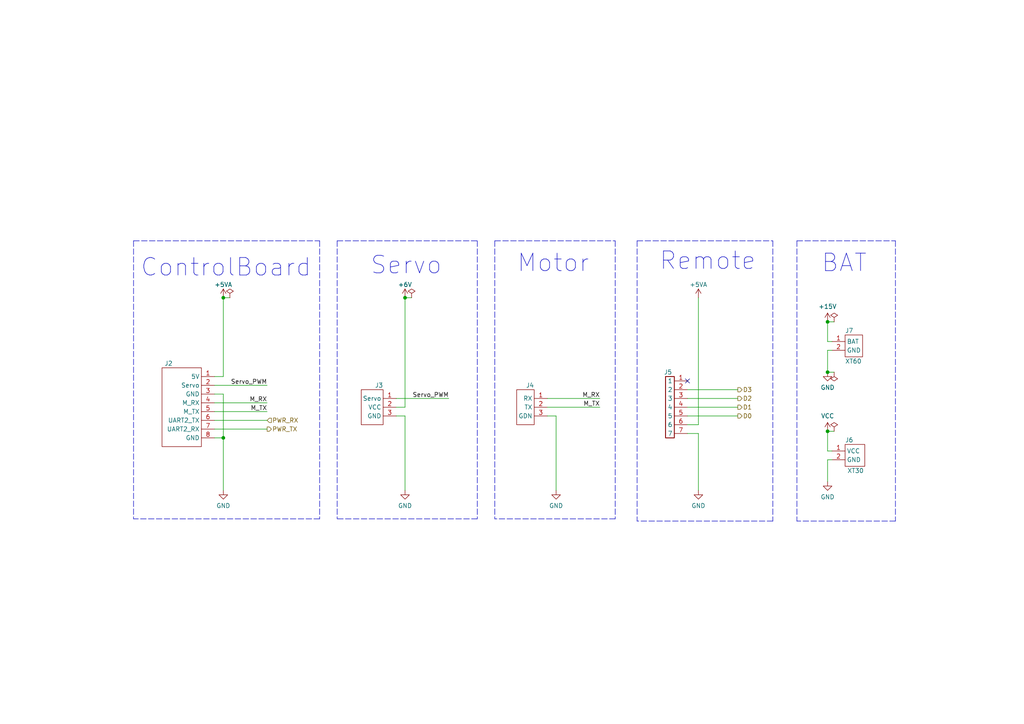
<source format=kicad_sch>
(kicad_sch (version 20211123) (generator eeschema)
  (paper "A4")
  (title_block (title "Power Board") (date "2022-07-19") (rev "1.2.2"))
  (lib_symbols
    (symbol "power:+15V" (power) (pin_names (offset 0))
      (property "Value" "+15V" (at 0 3.556 0))
      (symbol "+15V_0_1"
        (polyline (pts (xy -0.762 1.27) (xy 0 2.54)))
        (polyline (pts (xy 0 0) (xy 0 2.54)))
        (polyline (pts (xy 0 2.54) (xy 0.762 1.27)))
      )
      (symbol "+15V_1_1"
        (pin power_in line (at 0 0 90) (length 0) hide (name "+15V") (number "1"))
      )
    )
    (symbol "power:+5VA" (power) (pin_names (offset 0))
      (property "Value" "+5VA" (at 0 3.556 0))
      (symbol "+5VA_0_1"
        (polyline (pts (xy -0.762 1.27) (xy 0 2.54)))
        (polyline (pts (xy 0 0) (xy 0 2.54)))
        (polyline (pts (xy 0 2.54) (xy 0.762 1.27)))
      )
      (symbol "+5VA_1_1"
        (pin power_in line (at 0 0 90) (length 0) hide (name "+5VA") (number "1"))
      )
    )
    (symbol "power:+6V" (power) (pin_names (offset 0))
      (property "Value" "+6V" (at 0 3.556 0))
      (symbol "+6V_0_1"
        (polyline (pts (xy -0.762 1.27) (xy 0 2.54)))
        (polyline (pts (xy 0 0) (xy 0 2.54)))
        (polyline (pts (xy 0 2.54) (xy 0.762 1.27)))
      )
      (symbol "+6V_1_1"
        (pin power_in line (at 0 0 90) (length 0) hide (name "+6V") (number "1"))
      )
    )
    (symbol "power:GND" (power) (pin_names (offset 0))
      (property "Value" "GND" (at 0 -3.81 0))
      (symbol "GND_0_1"
        (polyline (pts (xy 0 0) (xy 0 -1.27) (xy 1.27 -1.27) (xy 0 -2.54) (xy -1.27 -1.27) (xy 0 -1.27)))
      )
      (symbol "GND_1_1"
        (pin power_in line (at 0 0 270) (length 0) hide (name "GND") (number "1"))
      )
    )
    (symbol "power:PWR_FLAG" (power) (pin_numbers hide) (pin_names (offset 0) hide)
      (property "Value" "PWR_FLAG" (at 0 3.81 0))
      (symbol "PWR_FLAG_0_0"
        (pin power_out line (at 0 0 90) (length 0) (name "pwr") (number "1"))
      )
      (symbol "PWR_FLAG_0_1"
        (polyline (pts (xy 0 0) (xy 0 1.27) (xy -1.016 1.905) (xy 0 2.54) (xy 1.016 1.905) (xy 0 1.27)))
      )
    )
    (symbol "power:VCC" (power) (pin_names (offset 0))
      (property "Value" "VCC" (at 0 3.81 0))
      (symbol "VCC_0_1"
        (polyline (pts (xy -0.762 1.27) (xy 0 2.54)))
        (polyline (pts (xy 0 0) (xy 0 2.54)))
        (polyline (pts (xy 0 2.54) (xy 0.762 1.27)))
      )
      (symbol "VCC_1_1"
        (pin power_in line (at 0 0 90) (length 0) hide (name "VCC") (number "1"))
      )
    )
    (symbol "power_Library:CONN_1X7"
      (property "Reference" "J" (at 0 0 0))
      (property "Value" "CONN_1X7" (at 0 0 0))
      (symbol "CONN_1X7_1_1"
        (rectangle (start 0 21.59) (end 2.54 3.81) (stroke (width 0.254)))
        (pin passive line (at -3.81 20.32 0) (length 3.81) (name "1") (number "1"))
        (pin passive line (at -3.81 17.78 0) (length 3.81) (name "2") (number "2"))
        (pin passive line (at -3.81 15.24 0) (length 3.81) (name "3") (number "3"))
        (pin passive line (at -3.81 12.7 0) (length 3.81) (name "4") (number "4"))
        (pin passive line (at -3.81 10.16 0) (length 3.81) (name "5") (number "5"))
        (pin passive line (at -3.81 7.62 0) (length 3.81) (name "6") (number "6"))
        (pin passive line (at -3.81 5.08 0) (length 3.81) (name "7") (number "7"))
      )
    )
    (symbol "power_Library:GH1.25_1X3"
      (property "Reference" "J" (at 1.27 7.62 0))
      (property "Value" "GH1.25_1X3" (at -1.27 -6.35 0))
      (symbol "GH1.25_1X3_0_1"
        (rectangle (start -2.54 5.08) (end 2.54 -5.08))
      )
      (symbol "GH1.25_1X3_1_1"
        (pin passive line (at -6.35 2.54 0) (length 3.81) (name "RX") (number "1"))
        (pin passive line (at -6.35 0 0) (length 3.81) (name "TX") (number "2"))
        (pin passive line (at -6.35 -2.54 0) (length 3.81) (name "GDN") (number "3"))
      )
    )
    (symbol "power_Library:GH1.25_1x8"
      (property "Reference" "J" (at 2.54 15.24 0))
      (property "Value" "GH1.25_1x8" (at 3.81 -11.43 0))
      (symbol "GH1.25_1x8_1_1"
        (rectangle (start -1.27 12.7) (end 10.16 -10.16))
        (pin passive line (at -5.08 10.16 0) (length 3.81) (name "5V") (number "1"))
        (pin passive line (at -5.08 7.62 0) (length 3.81) (name "Servo") (number "2"))
        (pin passive line (at -5.08 5.08 0) (length 3.81) (name "GND") (number "3"))
        (pin passive line (at -5.08 2.54 0) (length 3.81) (name "M_RX") (number "4"))
        (pin passive line (at -5.08 0 0) (length 3.81) (name "M_TX") (number "5"))
        (pin passive line (at -5.08 -2.54 0) (length 3.81) (name "UART2_TX") (number "6"))
        (pin passive line (at -5.08 -5.08 0) (length 3.81) (name "UART2_RX") (number "7"))
        (pin passive line (at -5.08 -7.62 0) (length 3.81) (name "GND") (number "8"))
      )
    )
    (symbol "power_Library:XT30"
      (property "Reference" "J" (at 0 5.715 0))
      (property "Value" "XT30" (at 0 -5.08 0))
      (symbol "XT30_0_1"
        (rectangle (start -1.27 3.81) (end 4.445 -2.54))
      )
      (symbol "XT30_1_1"
        (pin passive line (at -5.08 1.905 0) (length 3.81) (name "VCC") (number "1"))
        (pin passive line (at -5.08 -0.635 0) (length 3.81) (name "GND") (number "2"))
      )
    )
    (symbol "power_Library:XT60"
      (property "Reference" "J" (at 0 7.62 0))
      (property "Value" "XT60" (at 0 -5.08 0))
      (symbol "XT60_0_1"
        (rectangle (start -3.81 5.08) (end 1.27 -1.27))
      )
      (symbol "XT60_1_1"
        (pin passive line (at -7.62 3.175 0) (length 3.81) (name "BAT") (number "1"))
        (pin passive line (at -7.62 0.635 0) (length 3.81) (name "GND") (number "2"))
      )
    )
    (symbol "power_Library:conn_1x3"
      (property "Reference" "J" (at -1.27 8.89 0))
      (property "Value" "conn_1x3" (at 0 -3.81 0))
      (symbol "conn_1x3_0_1"
        (rectangle (start -3.81 7.62) (end 2.54 -2.54))
      )
      (symbol "conn_1x3_1_1"
        (pin passive line (at -7.62 5.08 0) (length 3.81) (name "Servo") (number "1"))
        (pin passive line (at -7.62 2.54 0) (length 3.81) (name "VCC") (number "2"))
        (pin passive line (at -7.62 0 0) (length 3.81) (name "GND") (number "3"))
      )
    )
  )
  (junction (at 240.03 107.95))
  (junction (at 240.03 93.345))
  (junction (at 64.77 127))
  (junction (at 64.77 86.36))
  (junction (at 240.03 125.095))
  (junction (at 117.475 86.36))
  (no_connect (at 199.39 110.49))
  (wire (pts (xy 62.23 119.38) (xy 77.47 119.38)))
  (polyline (pts (xy 178.435 69.85) (xy 178.435 150.495)))
  (wire (pts (xy 241.3 130.81) (xy 240.03 130.81)))
  (wire (pts (xy 199.39 123.19) (xy 202.565 123.19)))
  (polyline (pts (xy 231.14 69.85) (xy 231.14 151.13)))
  (wire (pts (xy 199.39 118.11) (xy 213.995 118.11)))
  (polyline (pts (xy 184.785 69.85) (xy 224.155 69.85)))
  (wire (pts (xy 241.3 101.6) (xy 240.03 101.6)))
  (wire (pts (xy 117.475 86.36) (xy 117.475 118.11)))
  (wire (pts (xy 202.565 86.36) (xy 202.565 123.19)))
  (wire (pts (xy 64.77 114.3) (xy 64.77 127)))
  (wire (pts (xy 117.475 118.11) (xy 114.935 118.11)))
  (polyline (pts (xy 138.43 69.85) (xy 138.43 150.495)))
  (wire (pts (xy 62.23 121.92) (xy 77.47 121.92)))
  (polyline (pts (xy 178.435 150.495) (xy 143.51 150.495)))
  (wire (pts (xy 199.39 115.57) (xy 213.995 115.57)))
  (wire (pts (xy 117.475 86.36) (xy 119.38 86.36)))
  (polyline (pts (xy 97.79 69.85) (xy 97.79 150.495)))
  (wire (pts (xy 240.03 101.6) (xy 240.03 107.95)))
  (wire (pts (xy 240.03 133.35) (xy 240.03 139.7)))
  (polyline (pts (xy 38.735 69.85) (xy 92.71 69.85)))
  (wire (pts (xy 241.3 133.35) (xy 240.03 133.35)))
  (polyline (pts (xy 97.79 69.85) (xy 138.43 69.85)))
  (wire (pts (xy 158.75 115.57) (xy 173.99 115.57)))
  (wire (pts (xy 202.565 125.73) (xy 199.39 125.73)))
  (polyline (pts (xy 224.155 151.13) (xy 184.785 151.13)))
  (wire (pts (xy 64.77 127) (xy 64.77 142.24)))
  (wire (pts (xy 213.995 120.65) (xy 199.39 120.65)))
  (wire (pts (xy 62.23 114.3) (xy 64.77 114.3)))
  (wire (pts (xy 114.935 120.65) (xy 117.475 120.65)))
  (wire (pts (xy 158.75 120.65) (xy 161.29 120.65)))
  (polyline (pts (xy 92.71 150.495) (xy 38.735 150.495)))
  (polyline (pts (xy 143.51 69.85) (xy 143.51 150.495)))
  (wire (pts (xy 241.935 93.345) (xy 240.03 93.345)))
  (polyline (pts (xy 138.43 150.495) (xy 97.79 150.495)))
  (wire (pts (xy 64.77 86.36) (xy 66.675 86.36)))
  (wire (pts (xy 240.03 125.095) (xy 240.03 130.81)))
  (wire (pts (xy 161.29 120.65) (xy 161.29 142.24)))
  (wire (pts (xy 158.75 118.11) (xy 173.99 118.11)))
  (wire (pts (xy 62.23 116.84) (xy 77.47 116.84)))
  (polyline (pts (xy 259.715 151.13) (xy 231.14 151.13)))
  (polyline (pts (xy 38.735 69.85) (xy 38.735 150.495)))
  (wire (pts (xy 202.565 142.24) (xy 202.565 125.73)))
  (wire (pts (xy 199.39 113.03) (xy 213.995 113.03)))
  (wire (pts (xy 240.03 93.345) (xy 240.03 99.06)))
  (polyline (pts (xy 224.155 69.85) (xy 224.155 151.13)))
  (wire (pts (xy 62.23 111.76) (xy 77.47 111.76)))
  (wire (pts (xy 62.23 127) (xy 64.77 127)))
  (wire (pts (xy 64.77 86.36) (xy 64.77 109.22)))
  (polyline (pts (xy 143.51 69.85) (xy 178.435 69.85)))
  (wire (pts (xy 117.475 120.65) (xy 117.475 142.24)))
  (wire (pts (xy 62.23 109.22) (xy 64.77 109.22)))
  (polyline (pts (xy 231.14 69.85) (xy 259.715 69.85)))
  (polyline (pts (xy 92.71 69.85) (xy 92.71 150.495)))
  (polyline (pts (xy 184.785 69.85) (xy 184.785 151.13)))
  (wire (pts (xy 240.03 125.095) (xy 241.935 125.095)))
  (polyline (pts (xy 259.715 69.85) (xy 259.715 151.13)))
  (wire (pts (xy 240.03 107.95) (xy 241.935 107.95)))
  (wire (pts (xy 62.23 124.46) (xy 77.47 124.46)))
  (wire (pts (xy 114.935 115.57) (xy 130.175 115.57)))
  (wire (pts (xy 241.3 99.06) (xy 240.03 99.06)))
  (text "Remote" (at 191.135 78.74 0) (effects (font (size 5.08 5.08)) (justify left bottom)))
  (text "BAT" (at 238.125 79.375 0) (effects (font (size 5.08 5.08)) (justify left bottom)))
  (text "Servo" (at 107.315 80.01 0) (effects (font (size 5.08 5.08)) (justify left bottom)))
  (text "Motor" (at 149.86 79.375 0) (effects (font (size 5.08 5.08)) (justify left bottom)))
  (text "ControlBoard" (at 40.64 80.645 0) (effects (font (size 5.08 5.08)) (justify left bottom)))
  (label "M_RX" (at 173.99 115.57 180))
  (label "M_TX" (at 173.99 118.11 180))
  (label "M_RX" (at 77.47 116.84 180))
  (label "M_TX" (at 77.47 119.38 180))
  (label "Servo_PWM" (at 130.175 115.57 180))
  (label "Servo_PWM" (at 77.47 111.76 180))
  (hierarchical_label "D2" (shape output) (at 213.995 115.57 0))
  (hierarchical_label "PWR_RX" (shape input) (at 77.47 121.92 0))
  (hierarchical_label "D3" (shape output) (at 213.995 113.03 0))
  (hierarchical_label "PWR_TX" (shape output) (at 77.47 124.46 0))
  (hierarchical_label "D1" (shape output) (at 213.995 118.11 0))
  (hierarchical_label "D0" (shape output) (at 213.995 120.65 0))
  (symbol (lib_id "power:PWR_FLAG") (at 241.935 93.345 0) (unit 1)
    (property "Reference" "#FLG01" (effects hide))
    (property "Value" "PWR_FLAG" (effects hide))
  )
  (symbol (lib_id "power_Library:XT60") (at 248.92 102.235 0) (unit 1)
    (property "Reference" "J7" (at 245.11 95.885 0) (effects (justify left)))
    (property "Value" "XT60" (at 245.11 104.775 0) (effects (justify left)))
    (property "Footprint" "Connector_AMASS:AMASS_XT60-M_1x02_P7.20mm_Vertical" (effects hide))
  )
  (symbol (lib_id "power:+6V") (at 117.475 86.36 0) (mirror y) (unit 1)
    (property "Reference" "#PWR031" (effects hide))
    (property "Value" "+6V" (at 117.475 82.55 0))
  )
  (symbol (lib_id "power:PWR_FLAG") (at 241.935 107.95 180) (unit 1)
    (property "Reference" "#FLG03" (effects hide))
    (property "Value" "PWR_FLAG" (effects hide))
  )
  (symbol (lib_id "power:PWR_FLAG") (at 119.38 86.36 0) (unit 1)
    (property "Reference" "#FLG?" (effects hide))
    (property "Value" "PWR_FLAG" (effects hide))
  )
  (symbol (lib_id "power:VCC") (at 240.03 125.095 0) (unit 1)
    (property "Reference" "#PWR038" (effects hide))
    (property "Value" "VCC" (at 240.03 120.65 0))
  )
  (symbol (lib_id "power_Library:GH1.25_1X3") (at 152.4 118.11 0) (mirror y) (unit 1)
    (property "Reference" "J4" (at 154.94 111.76 0) (effects (justify left)))
    (property "Value" "GH1.25_1X3" (effects hide))
    (property "Footprint" "Connector_JST:JST_GH_SM03B-GHS-TB_1x03-1MP_P1.25mm_Horizontal" (effects hide))
  )
  (symbol (lib_id "power:GND") (at 240.03 139.7 0) (unit 1)
    (property "Reference" "#PWR039" (effects hide))
    (property "Value" "GND" (at 240.03 144.145 0))
  )
  (symbol (lib_id "power_Library:CONN_1X7") (at 195.58 130.81 0) (mirror y) (unit 1)
    (property "Reference" "J5" (at 194.945 107.95 0) (effects (justify left)))
    (property "Value" "CONN_1X7" (effects hide))
    (property "Footprint" "Connector_PinHeader_2.54mm:PinHeader_1x07_P2.54mm_Vertical" (effects hide))
  )
  (symbol (lib_id "power:GND") (at 202.565 142.24 0) (mirror y) (unit 1)
    (property "Reference" "#PWR035" (effects hide))
    (property "Value" "GND" (at 202.565 146.685 0))
  )
  (symbol (lib_id "power:GND") (at 240.03 107.95 0) (unit 1)
    (property "Reference" "#PWR037" (effects hide))
    (property "Value" "GND" (at 240.03 112.395 0))
  )
  (symbol (lib_id "power:GND") (at 64.77 142.24 0) (unit 1)
    (property "Reference" "#PWR030" (effects hide))
    (property "Value" "GND" (at 64.77 146.685 0))
  )
  (symbol (lib_id "power:+15V") (at 240.03 93.345 0) (unit 1)
    (property "Reference" "#PWR036" (effects hide))
    (property "Value" "+15V" (at 240.03 88.9 0))
  )
  (symbol (lib_id "power_Library:GH1.25_1x8") (at 57.15 119.38 0) (mirror y) (unit 1)
    (property "Reference" "J2" (at 48.895 105.41 0))
    (property "Value" "GH1.25_1x8" (effects hide))
    (property "Footprint" "Connector_JST:JST_GH_SM08B-GHS-TB_1x08-1MP_P1.25mm_Horizontal" (effects hide))
  )
  (symbol (lib_id "power:GND") (at 161.29 142.24 0) (mirror y) (unit 1)
    (property "Reference" "#PWR033" (effects hide))
    (property "Value" "GND" (at 161.29 146.685 0))
  )
  (symbol (lib_id "power:GND") (at 117.475 142.24 0) (mirror y) (unit 1)
    (property "Reference" "#PWR032" (effects hide))
    (property "Value" "GND" (at 117.475 146.685 0))
  )
  (symbol (lib_id "power_Library:conn_1x3") (at 107.315 120.65 0) (mirror y) (unit 1)
    (property "Reference" "J3" (at 111.125 111.76 0) (effects (justify left)))
    (property "Value" "conn_1x3" (effects hide))
    (property "Footprint" "Connector_PinSocket_2.54mm:PinSocket_1x03_P2.54mm_Vertical" (effects hide))
  )
  (symbol (lib_id "power_Library:XT30") (at 246.38 132.715 0) (unit 1)
    (property "Reference" "J6" (at 245.11 127.635 0) (effects (justify left)))
    (property "Value" "XT30" (at 245.745 136.525 0) (effects (justify left)))
    (property "Footprint" "Connector_AMASS:AMASS_XT30UPB-F_1x02_P5.0mm_Vertical" (effects hide))
  )
  (symbol (lib_id "power:PWR_FLAG") (at 66.675 86.36 0) (unit 1)
    (property "Reference" "#FLG?" (effects hide))
    (property "Value" "PWR_FLAG" (effects hide))
  )
  (symbol (lib_id "power:+5VA") (at 202.565 86.36 0) (unit 1)
    (property "Reference" "#PWR034" (effects hide))
    (property "Value" "+5VA" (at 202.565 82.55 0))
  )
  (symbol (lib_id "power:PWR_FLAG") (at 241.935 125.095 0) (unit 1)
    (property "Reference" "#FLG02" (effects hide))
    (property "Value" "PWR_FLAG" (effects hide))
  )
  (symbol (lib_id "power:+5VA") (at 64.77 86.36 0) (unit 1)
    (property "Reference" "#PWR029" (effects hide))
    (property "Value" "+5VA" (at 64.77 82.55 0))
  )
)
</source>
